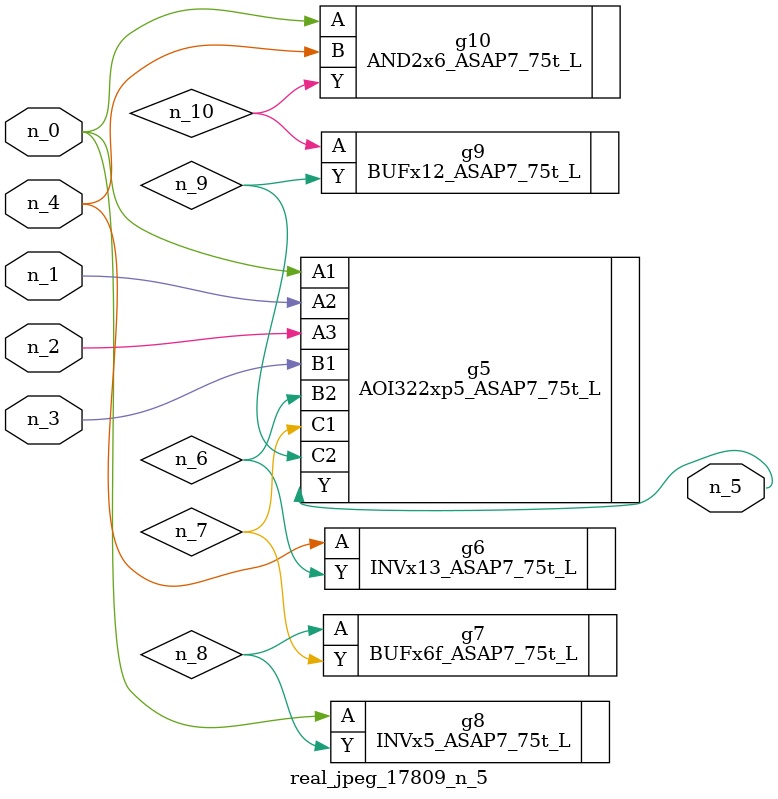
<source format=v>
module real_jpeg_17809_n_5 (n_4, n_0, n_1, n_2, n_3, n_5);

input n_4;
input n_0;
input n_1;
input n_2;
input n_3;

output n_5;

wire n_8;
wire n_6;
wire n_7;
wire n_10;
wire n_9;

AOI322xp5_ASAP7_75t_L g5 ( 
.A1(n_0),
.A2(n_1),
.A3(n_2),
.B1(n_3),
.B2(n_6),
.C1(n_7),
.C2(n_9),
.Y(n_5)
);

INVx5_ASAP7_75t_L g8 ( 
.A(n_0),
.Y(n_8)
);

AND2x6_ASAP7_75t_L g10 ( 
.A(n_0),
.B(n_4),
.Y(n_10)
);

INVx13_ASAP7_75t_L g6 ( 
.A(n_4),
.Y(n_6)
);

BUFx6f_ASAP7_75t_L g7 ( 
.A(n_8),
.Y(n_7)
);

BUFx12_ASAP7_75t_L g9 ( 
.A(n_10),
.Y(n_9)
);


endmodule
</source>
